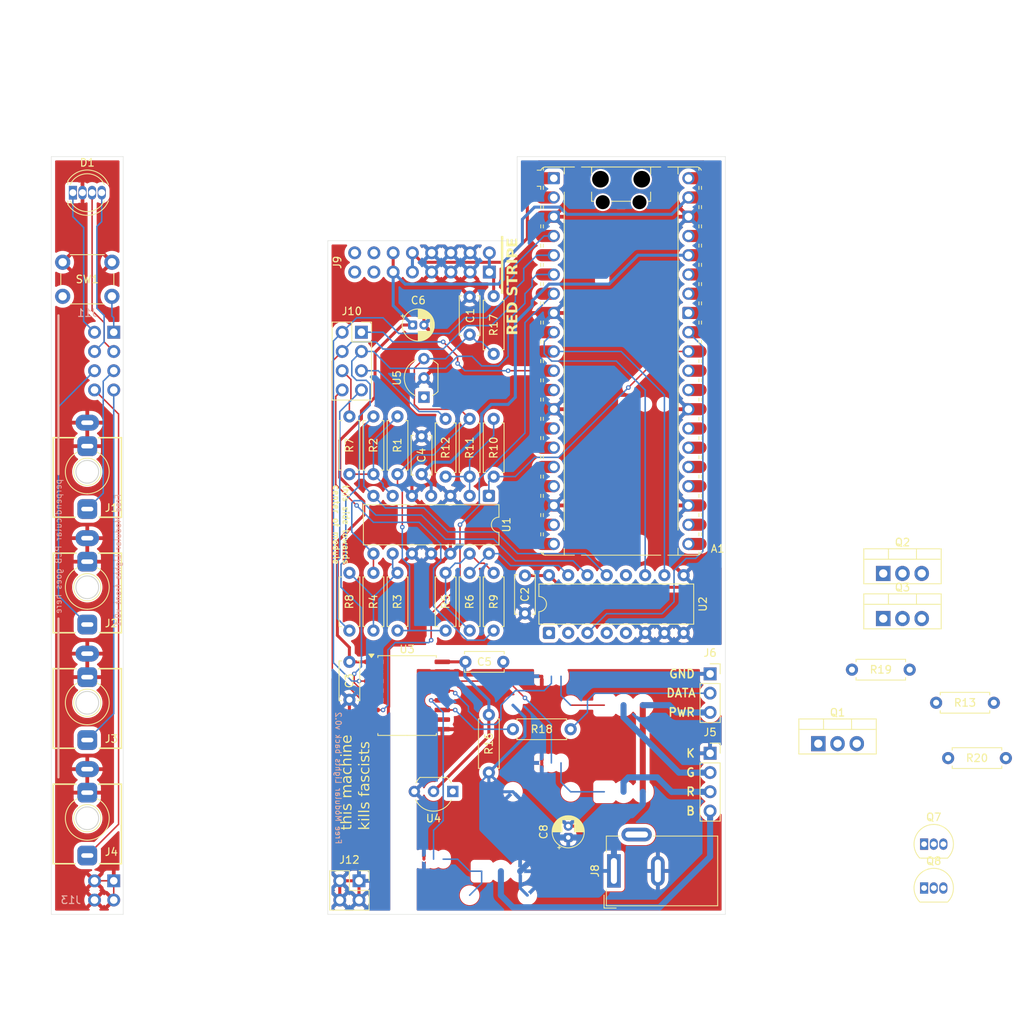
<source format=kicad_pcb>
(kicad_pcb (version 20241229) (generator "pcbnew") (generator_version "9.0")
  (title_block (title "Lights") (date "2025-08-04") (rev "v0.1") (company "Free Modular"))
  (layers (0 "F.Cu" signal) (2 "B.Cu" signal) (13 "F.Paste" user) (15 "B.Paste" user) (5 "F.SilkS" user "F.Silkscreen") (7 "B.SilkS" user "B.Silkscreen") (1 "F.Mask" user) (3 "B.Mask" user) (25 "Edge.Cuts" user))
  (net 0 "")
  (net 1 "GND")
  (net 4 "Net-(A1-GPIO7)")
  (net 5 "/Rear Board/BTN")
  (net 15 "Net-(A1-GPIO6)")
  (net 18 "/Rear Board/CV_MUXED")
  (net 21 "/Rear Board/LED_R")
  (net 22 "/Rear Board/AUDIO_IN_SCALED")
  (net 23 "/Rear Board/LED_PULSE_SIGNAL")
  (net 26 "/Rear Board/LED_B")
  (net 31 "/Rear Board/+5V")
  (net 35 "/Rear Board/LED_G")
  (net 40 "/Rear Board/VREF_-5")
  (net 41 "/Rear Board/+12V")
  (net 42 "/Rear Board/LED Driver/LED_5V")
  (net 43 "/Rear Board/LED Driver/LED_GND")
  (net 44 "/Rear Board/LED Driver/LED_PWR")
  (net 47 "/Rear Board/-12V")
  (net 50 "Net-(Q1-G)")
  (net 51 "/Rear Board/LED Driver/LED_ANODE_R")
  (net 52 "Net-(Q3-G)")
  (net 53 "/Rear Board/LED Driver/LED_ANODE_G")
  (net 54 "/Rear Board/LED Driver/LED_ANODE_B")
  (net 55 "Net-(U1B--)")
  (net 56 "Net-(U2-X0)")
  (net 57 "Net-(U1C--)")
  (net 58 "Net-(U2-X1)")
  (net 59 "Net-(U1D--)")
  (net 60 "Net-(U2-X2)")
  (net 61 "/Rear Board/CV_R")
  (net 62 "/Rear Board/CV_G")
  (net 63 "/Rear Board/CV_B")
  (net 64 "Net-(U1A--)")
  (net 65 "/Rear Board/IN_AUDIO")
  (net 66 "/Rear Board/LED Driver/ISOLATED_PULSE_SIGNAL")
  (net 69 "/Front Board/GND")
  (net 70 "/Front Board/IN_AUDIO")
  (net 71 "/Front Board/CV_R")
  (net 72 "/Front Board/CV_G")
  (net 73 "/Front Board/CV_B")
  (net 74 "/Front Board/BTN")
  (net 75 "/Front Board/LED_G")
  (net 76 "/Front Board/LED_B")
  (net 77 "/Front Board/LED_R")
  (net 83 "Net-(Q7-D)")
  (net 84 "Net-(Q7-G)")
  (net 85 "Net-(Q8-D)")
  (net 86 "/Rear Board/+3.3V")
  (net 87 "/Rear Board/LED Driver/LED_CATHODE_R")
  (net 88 "Net-(Q2-G)")
  (net 89 "Net-(U3-OUTD)")
  (footprint "LED_THT:LED_D5.0mm-4_RGB" (layer "F.Cu") (at 61.595 36.5125)
    (property "Reference" "D1")
    (property "Value" "LED_RKBG")
  )
  (footprint "Capacitor_THT:C_Disc_D5.0mm_W2.5mm_P5.00mm" (layer "F.Cu") (at 121.285 87.035 -90)
    (property "Reference" "C2")
    (property "Value" "100nF")
  )
  (footprint "FreeModular:THONKICONN" (layer "F.Cu") (at 63.5 73.3425 180)
    (property "Reference" "J1")
    (property "Value" "THONKICONN")
    (fp_circle (center 0 0) (end -1.5 0) (stroke (width 0.12)) (fill no) (layer "Edge.Cuts"))
  )
  (footprint "Package_TO_SOT_THT:TO-220-3_Vertical" (layer "F.Cu") (at 168.5925 86.76)
    (property "Reference" "Q2")
    (property "Value" "RFP30N06LE")
  )
  (footprint "Capacitor_THT:CP_Radial_D4.0mm_P1.50mm" (layer "F.Cu") (at 106.45 53.975)
    (property "Reference" "C6")
    (property "Value" "10uF")
  )
  (footprint "Package_TO_SOT_THT:TO-220-3_Vertical" (layer "F.Cu") (at 168.5925 92.71)
    (property "Reference" "Q3")
    (property "Value" "RFP30N06LE")
  )
  (footprint "Package_TO_SOT_THT:TO-92_Inline_Wide" (layer "F.Cu") (at 111.76 115.5275 180)
    (property "Reference" "U4")
    (property "Value" "LM4040BIZ-5")
  )
  (footprint "Package_TO_SOT_THT:TO-92_Inline_Wide" (layer "F.Cu") (at 107.95 63.5 90)
    (property "Reference" "U5")
    (property "Value" "LM4040BIZ-5")
  )
  (footprint "Package_DIP:DIP-16_W7.62mm" (layer "F.Cu") (at 124.46 94.61 90)
    (property "Reference" "U2")
    (property "Value" "CD4051B")
  )
  (footprint "Package_SO:SOIC-16W_7.5x10.3mm_P1.27mm" (layer "F.Cu") (at 105.7275 102.87)
    (property "Reference" "U3")
    (property "Value" "ISO6740")
  )
  (footprint "Package_DIP:DIP-14_W7.62mm" (layer "F.Cu") (at 116.5225 76.5225 -90)
    (property "Reference" "U1")
    (property "Value" "MCP6004")
  )
  (footprint "Connector_PinSocket_2.54mm:PinSocket_2x04_P2.54mm_Vertical" (layer "F.Cu") (at 99.695 54.9275)
    (property "Reference" "J10")
    (property "Value" "Conn_02x04_Top_Bottom")
  )
  (footprint "Resistor_THT:R_Axial_DIN0207_L6.3mm_D2.5mm_P7.62mm_Horizontal" (layer "F.Cu") (at 101.2825 73.66 90)
    (property "Reference" "R2")
    (property "Value" "33kΩ")
  )
  (footprint "Resistor_THT:R_Axial_DIN0207_L6.3mm_D2.5mm_P7.62mm_Horizontal" (layer "F.Cu") (at 98.1075 66.04 -90)
    (property "Reference" "R7")
    (property "Value" "100kΩ")
  )
  (footprint "Resistor_THT:R_Axial_DIN0207_L6.3mm_D2.5mm_P7.62mm_Horizontal" (layer "F.Cu") (at 101.2825 94.2975 90)
    (property "Reference" "R4")
    (property "Value" "33kΩ")
  )
  (footprint "Capacitor_THT:C_Disc_D5.0mm_W2.5mm_P5.00mm" (layer "F.Cu") (at 98.1075 98.425 -90)
    (property "Reference" "C3")
    (property "Value" "100nF")
  )
  (footprint "Capacitor_THT:C_Disc_D5.0mm_W2.5mm_P5.00mm" (layer "F.Cu") (at 113.4275 98.425)
    (property "Reference" "C5")
    (property "Value" "100nF")
  )
  (footprint "Resistor_THT:R_Axial_DIN0207_L6.3mm_D2.5mm_P7.62mm_Horizontal" (layer "F.Cu") (at 104.4575 73.66 90)
    (property "Reference" "R1")
    (property "Value" "51kΩ")
  )
  (footprint "Button_Switch_THT:SW_PUSH_6mm_H13mm" (layer "F.Cu") (at 60.25 45.6925)
    (property "Reference" "SW1")
    (property "Value" "TL1105SPF250Q")
  )
  (footprint "Resistor_THT:R_Axial_DIN0207_L6.3mm_D2.5mm_P7.62mm_Horizontal" (layer "F.Cu") (at 177.165 111.125)
    (property "Reference" "R20")
    (property "Value" "1kΩ")
  )
  (footprint "Resistor_THT:R_Axial_DIN0207_L6.3mm_D2.5mm_P7.62mm_Horizontal" (layer "F.Cu") (at 164.465 99.455)
    (property "Reference" "R19")
    (property "Value" "1kΩ")
  )
  (footprint "Connector_PinSocket_2.54mm:PinSocket_2x02_P2.54mm_Vertical" (layer "F.Cu") (at 99.3775 127.3175)
    (property "Reference" "J12")
    (property "Value" "Conn_02x02_Top_Bottom")
  )
  (footprint "Resistor_THT:R_Axial_DIN0207_L6.3mm_D2.5mm_P7.62mm_Horizontal" (layer "F.Cu") (at 98.1075 94.2975 90)
    (property "Reference" "R8")
    (property "Value" "100kΩ")
  )
  (footprint "Capacitor_THT:CP_Radial_D4.0mm_P1.50mm" (layer "F.Cu") (at 127 121.6025 90)
    (property "Reference" "C8")
    (property "Value" "10uF")
  )
  (footprint "Resistor_THT:R_Axial_DIN0207_L6.3mm_D2.5mm_P7.62mm_Horizontal" (layer "F.Cu") (at 116.5225 113.03 90)
    (property "Reference" "R16")
    (property "Value" "470Ω")
  )
  (footprint "Resistor_THT:R_Axial_DIN0207_L6.3mm_D2.5mm_P7.62mm_Horizontal" (layer "F.Cu") (at 117.1575 50.165 -90)
    (property "Reference" "R17")
    (property "Value" "6.2kΩ")
  )
  (footprint "Resistor_THT:R_Axial_DIN0207_L6.3mm_D2.5mm_P7.62mm_Horizontal" (layer "F.Cu") (at 113.9825 66.3575 -90)
    (property "Reference" "R11")
    (property "Value" "100kΩ")
  )
  (footprint "Resistor_THT:R_Axial_DIN0207_L6.3mm_D2.5mm_P7.62mm_Horizontal" (layer "F.Cu") (at 113.9825 94.2975 90)
    (property "Reference" "R6")
    (property "Value" "33kΩ")
  )
  (footprint "Resistor_THT:R_Axial_DIN0207_L6.3mm_D2.5mm_P7.62mm_Horizontal" (layer "F.Cu") (at 104.4575 94.2975 90)
    (property "Reference" "R3")
    (property "Value" "51kΩ")
  )
  (footprint "Connector_PinSocket_2.54mm:PinSocket_1x04_P2.54mm_Vertical" (layer "F.Cu") (at 145.7325 110.49)
    (property "Reference" "J5")
    (property "Value" "Conn_01x04_Pin")
  )
  (footprint "Resistor_THT:R_Axial_DIN0207_L6.3mm_D2.5mm_P7.62mm_Horizontal" (layer "F.Cu") (at 119.6975 107.315)
    (property "Reference" "R18")
    (property "Value" "330Ω")
  )
  (footprint "Module:RaspberryPi_Pico_Common_Unspecified" (layer "F.Cu") (at 133.985 58.7375)
    (property "Reference" "A1")
    (property "Value" "RaspberryPi_Pico")
  )
  (footprint "FreeModular:THONKICONN" (layer "F.Cu") (at 63.5 119.0625 180)
    (property "Reference" "J4")
    (property "Value" "THONKICONN")
    (fp_circle (center 0 0) (end -1.5 0) (stroke (width 0.12)) (fill no) (layer "Edge.Cuts"))
  )
  (footprint "Connector_PinSocket_2.54mm:PinSocket_2x08_P2.54mm_Horizontal" (layer "F.Cu") (at 116.586 46.99 -90)
    (property "Reference" "J9")
    (property "Value" "Eurorack_2x8_Power")
  )
  (footprint "Resistor_THT:R_Axial_DIN0207_L6.3mm_D2.5mm_P7.62mm_Horizontal" (layer "F.Cu") (at 110.8075 94.2975 90)
    (property "Reference" "R5")
    (property "Value" "51kΩ")
  )
  (footprint "Resistor_THT:R_Axial_DIN0207_L6.3mm_D2.5mm_P7.62mm_Horizontal" (layer "F.Cu") (at 175.5775 103.8225)
    (property "Reference" "R13")
    (property "Value" "100Ω")
  )
  (footprint "Connector_BarrelJack:BarrelJack_Wuerth_6941xx301002" (layer "F.Cu") (at 133.0325 126.0125 90)
    (property "Reference" "J8")
    (property "Value" "Barrel_Jack")
  )
  (footprint "Package_TO_SOT_THT:TO-92_Inline" (layer "F.Cu") (at 173.99 122.48)
    (property "Reference" "Q7")
    (property "Value" "2N7000")
  )
  (footprint "FreeModular:THONKICONN" (layer "F.Cu") (at 63.5 103.8225 180)
    (property "Reference" "J3")
    (property "Value" "THONKICONN")
    (fp_circle (center 0 0) (end -1.5 0) (stroke (width 0.12)) (fill no) (layer "Edge.Cuts"))
  )
  (footprint "Connector_PinSocket_2.54mm:PinSocket_1x03_P2.54mm_Vertical" (layer "F.Cu") (at 145.7325 100.0125)
    (property "Reference" "J6")
    (property "Value" "Conn_01x03_Pin")
  )
  (footprint "Capacitor_THT:C_Disc_D5.0mm_W2.5mm_P5.00mm" (layer "F.Cu") (at 107.6325 73.66 90)
    (property "Reference" "C4")
    (property "Value" "100nF")
  )
  (footprint "Package_TO_SOT_THT:TO-92_Inline" (layer "F.Cu") (at 173.99 128.27)
    (property "Reference" "Q8")
    (property "Value" "2N7000")
  )
  (footprint "Resistor_THT:R_Axial_DIN0207_L6.3mm_D2.5mm_P7.62mm_Horizontal" (layer "F.Cu") (at 110.8075 66.3575 -90)
    (property "Reference" "R12")
    (property "Value" "100kΩ")
  )
  (footprint "FreeModular:THONKICONN" (layer "F.Cu") (at 63.5 88.5825 180)
    (property "Reference" "J2")
    (property "Value" "THONKICONN")
    (fp_circle (center 0 0) (end -1.5 0) (stroke (width 0.12)) (fill no) (layer "Edge.Cuts"))
  )
  (footprint "Capacitor_THT:C_Disc_D5.0mm_W2.5mm_P5.00mm" (layer "F.Cu") (at 113.9825 55.245 90)
    (property "Reference" "C1")
    (property "Value" "100nF")
  )
  (footprint "Resistor_THT:R_Axial_DIN0207_L6.3mm_D2.5mm_P7.62mm_Horizontal" (layer "F.Cu") (at 117.1575 94.2975 90)
    (property "Reference" "R9")
    (property "Value" "100kΩ")
  )
  (footprint "Package_TO_SOT_THT:TO-220-3_Vertical" (layer "F.Cu") (at 160.02 109.22)
    (property "Reference" "Q1")
    (property "Value" "RFP30N06LE")
  )
  (footprint "Resistor_THT:R_Axial_DIN0207_L6.3mm_D2.5mm_P7.62mm_Horizontal" (layer "F.Cu") (at 117.1575 66.3575 -90)
    (property "Reference" "R10")
    (property "Value" "33kΩ")
  )
  (footprint "Connector_PinHeader_2.54mm:PinHeader_2x02_P2.54mm_Horizontal" (layer "B.Cu") (at 66.9925 127.3175 180)
    (property "Reference" "J13")
    (property "Value" "Conn_02x02_Top_Bottom")
  )
  (footprint "Connector_PinHeader_2.54mm:PinHeader_2x04_P2.54mm_Horizontal" (layer "B.Cu") (at 66.9925 54.9275 180)
    (property "Reference" "J11")
    (property "Value" "Conn_02x04_Top_Bottom")
  )
  (gr_rect (start 118.11 42.2275) (end 118.4275 49.8475) (stroke (width 0.0001)) (fill yes) (layer "F.SilkS"))
  (gr_line (start 59.69 73.66) (end 59.69 52.705) (stroke (width 0.3)) (layer "B.SilkS"))
  (gr_line (start 59.69 113.665) (end 59.69 92.71) (stroke (width 0.3)) (layer "B.SilkS"))
  (gr_line (start 120.25 31.75) (end 147.75 31.75) (stroke (width 0.05)) (layer "Edge.Cuts"))
  (gr_line (start 58.75 31.75) (end 58.75 131.75) (stroke (width 0.05)) (layer "Edge.Cuts"))
  (gr_line (start 63.5 31.75) (end 58.75 31.75) (stroke (width 0.05)) (layer "Edge.Cuts"))
  (gr_line (start 68.25 31.75) (end 63.5 31.75) (stroke (width 0.05)) (layer "Edge.Cuts"))
  (gr_line (start 58.75 131.75) (end 68.25 131.75) (stroke (width 0.05)) (layer "Edge.Cuts"))
  (gr_line (start 95.25 42.85) (end 120.25 42.8625) (stroke (width 0.05)) (layer "Edge.Cuts"))
  (gr_line (start 95.25 42.85) (end 95.25 131.75) (stroke (width 0.05)) (layer "Edge.Cuts"))
  (gr_line (start 68.25 31.75) (end 68.25 131.75) (stroke (width 0.05)) (layer "Edge.Cuts"))
  (gr_line (start 95.25 131.75) (end 147.75 131.75) (stroke (width 0.05)) (layer "Edge.Cuts"))
  (gr_line (start 147.75 31.75) (end 147.75 131.75) (stroke (width 0.05)) (layer "Edge.Cuts"))
  (gr_line (start 120.25 42.8625) (end 120.25 31.75) (stroke (width 0.05)) (layer "Edge.Cuts"))
  (gr_text "RED STRIPE" (at 119.6975 48.895 90) (layer "F.SilkS") (effects (font (size 1.4 1.4) (thickness 0.2) (bold yes))))
  (gr_text "GND" (at 143.8275 100.0125 0) (layer "F.SilkS") (effects (font (size 1.1 1.1) (thickness 0.2) (bold yes)) (justify right)))
  (gr_text "this side towards\ncenter of module" (at 95.885 80.3275 270) (layer "F.SilkS") (effects (font (size 0.8 0.8) (thickness 0.15) (bold yes)) (justify bottom)))
  (gr_text "B" (at 143.8275 118.11 0) (layer "F.SilkS") (effects (font (size 1.1 1.1) (thickness 0.2) (bold yes)) (justify right)))
  (gr_text "G" (at 143.8275 113.03 0) (layer "F.SilkS") (effects (font (size 1.1 1.1) (thickness 0.2) (bold yes)) (justify right)))
  (gr_text "PWR" (at 143.8275 105.0925 0) (layer "F.SilkS") (effects (font (size 1.1 1.1) (thickness 0.2) (bold yes)) (justify right)))
  (gr_text "DATA" (at 143.9325 102.5375 0) (layer "F.SilkS") (effects (font (size 1.1 1.1) (thickness 0.2) (bold yes)) (justify right)))
  (gr_text "R" (at 143.8275 115.57 0) (layer "F.SilkS") (effects (font (size 1.1 1.1) (thickness 0.2) (bold yes)) (justify right)))
  (gr_text "K" (at 143.8275 110.49 0) (layer "F.SilkS") (effects (font (size 1.1 1.1) (thickness 0.2) (bold yes)) (justify right)))
  (gr_text "this machine\nkills fascists" (at 100.965 120.65 90) (layer "F.SilkS") (effects (font (size 1.4 1.4) (thickness 0.1)) (justify left bottom)))
  (gr_text "Free Modular Lights back v0.2" (at 96.2025 122.555 270) (layer "B.SilkS") (effects (font (size 0.75 0.75) (thickness 0.12)) (justify left bottom mirror)))
  (gr_text "perpendicular PCB goes here" (at 59.69 83.185 90) (layer "B.SilkS") (effects (font (size 0.8 0.8) (thickness 0.1)) (justify mirror)))
  (gr_text "Free Modular Lights front v0.1" (at 68 76.2 90) (layer "B.SilkS") (effects (font (size 0.75 0.75) (thickness 0.12)) (justify left bottom mirror)))
  (segment (start 127.3175 104.14) (end 131.7625 104.14) (width 0.2) (layer "F.Cu") (net 0))
  (segment (start 113.9825 126.0475) (end 115.57 126.0475) (width 0.2) (layer "B.Cu") (net 0))
  (segment (start 126.0475 100.33) (end 126.0475 102.87) (width 0.2) (layer "B.Cu") (net 0))
  (segment (start 126.0475 102.87) (end 127.3175 104.14) (width 0.2) (layer "B.Cu") (net 0))
  (segment (start 115.57 126.0475) (end 115.57 127.635) (width 0.2) (layer "B.Cu") (net 0))
  (segment (start 115.57 127.635) (end 113.9825 129.2225) (width 0.2) (layer "B.Cu") (net 0))
  (segment (start 110.49 124.46) (end 112.395 124.46) (width 0.2) (layer "B.Cu") (net 0))
  (segment (start 112.395 124.46) (end 113.9825 126.0475) (width 0.2) (layer "B.Cu") (net 0))
  (segment (start 100.052501 107.315) (end 101.0775 107.315) (width 0.4) (layer "F.Cu") (net 1))
  (segment (start 101.0775 107.315) (end 102.5525 107.315) (width 0.4) (layer "F.Cu") (net 1))
  (segment (start 111.4425 84.1425) (end 111.4425 79.0525) (width 0.4) (layer "F.Cu") (net 1))
  (segment (start 98.1075 103.425) (end 98.1075 107.315) (width 0.4) (layer "F.Cu") (net 1))
  (segment (start 139.7 94.61) (end 140.6475 93.6625) (width 0.4) (layer "F.Cu") (net 1))
  (segment (start 103.2535 99.761) (end 103.1875 99.695) (width 0.4) (layer "F.Cu") (net 1))
  (segment (start 140.6475 93.6625) (end 141.2925 93.6625) (width 0.4) (layer "F.Cu") (net 1))
  (segment (start 106.3625 84.1425) (end 107.95 82.555) (width 0.4) (layer "F.Cu") (net 1))
  (segment (start 109.5375 59.3725) (end 107.95 60.96) (width 0.4) (layer "F.Cu") (net 1))
  (segment (start 125.095 77.7875) (end 140.97 77.7875) (width 0.4) (layer "F.Cu") (net 1))
  (segment (start 101.0775 107.315) (end 98.1075 107.315) (width 0.4) (layer "F.Cu") (net 1))
  (segment (start 98.1075 120.65) (end 99.3775 121.92) (width 0.4) (layer "F.Cu") (net 1))
  (segment (start 127 63.1825) (end 127 52.3875) (width 0.4) (layer "F.Cu") (net 1))
  (segment (start 109.8525 85.0925) (end 108.9025 86.0425) (width 0.4) (layer "F.Cu") (net 1))
  (segment (start 108.9025 90.4075) (end 107.6325 91.6775) (width 0.4) (layer "F.Cu") (net 1))
  (segment (start 108.9025 84.1425) (end 109.8525 85.0925) (width 0.4) (layer "F.Cu") (net 1))
  (segment (start 125.095 65.0875) (end 127 63.1825) (width 0.4) (layer "F.Cu") (net 1))
  (segment (start 107.95 53.975) (end 107.95 48.006) (width 0.4) (layer "F.Cu") (net 1))
  (segment (start 142.875 39.6875) (end 127 39.6875) (width 0.4) (layer "F.Cu") (net 1))
  (segment (start 113.03 48.006) (end 113.03 49.2925) (width 0.4) (layer "F.Cu") (net 1))
  (segment (start 107.95 78.11) (end 106.3625 76.5225) (width 0.4) (layer "F.Cu") (net 1))
  (segment (start 106.045 70.2475) (end 107.6325 68.66) (width 0.4) (layer "F.Cu") (net 1))
  (segment (start 106.3625 76.5225) (end 106.3625 74.93) (width 0.4) (layer "F.Cu") (net 1))
  (segment (start 109.5375 55.5625) (end 109.5375 59.3725) (width 0.4) (layer "F.Cu") (net 1))
  (segment (start 96.8375 129.8575) (end 96.8375 127.3175) (width 0.4) (layer "F.Cu") (net 1))
  (segment (start 127 52.3875) (end 127 50.165) (width 0.4) (layer "F.Cu") (net 1))
  (segment (start 121.285 92.035) (end 119.38 90.13) (width 0.4) (layer "F.Cu") (net 1))
  (segment (start 108.9025 86.0425) (end 108.9025 90.4075) (width 0.4) (layer "F.Cu") (net 1))
  (segment (start 125.095 52.3875) (end 127 52.3875) (width 0.4) (layer "F.Cu") (net 1))
  (segment (start 106.045 74.6125) (end 106.045 70.2475) (width 0.4) (layer "F.Cu") (net 1))
  (segment (start 107.95 53.975) (end 109.5375 55.5625) (width 0.4) (layer "F.Cu") (net 1))
  (segment (start 138.7525 93.6625) (end 139.7 94.61) (width 0.4) (layer "F.Cu") (net 1))
  (segment (start 103.8225 96.2025) (end 106.3625 96.2025) (width 0.4) (layer "F.Cu") (net 1))
  (segment (start 106.3625 74.93) (end 106.045 74.6125) (width 0.4) (layer "F.Cu") (net 1))
  (segment (start 141.2925 93.6625) (end 142.24 94.61) (width 0.4) (layer "F.Cu") (net 1))
  (segment (start 107.6325 94.9325) (end 107.6325 91.6775) (width 0.4) (layer "F.Cu") (net 1))
  (segment (start 103.1875 99.695) (end 103.1875 96.8375) (width 0.4) (layer "F.Cu") (net 1))
  (segment (start 109.8525 85.0925) (end 110.4925 85.0925) (width 0.4) (layer "F.Cu") (net 1))
  (segment (start 127 50.165) (end 127 39.6875) (width 0.4) (layer "F.Cu") (net 1))
  (segment (start 140.97 77.7875) (end 142.875 77.7875) (width 0.4) (layer "F.Cu") (net 1))
  (segment (start 102.5525 107.315) (end 103.2535 106.614) (width 0.4) (layer "F.Cu") (net 1))
  (segment (start 96.8375 127.3175) (end 99.3775 127.3175) (width 0.4) (layer "F.Cu") (net 1))
  (segment (start 119.38 90.13) (end 119.38 77.7875) (width 0.4) (layer "F.Cu") (net 1))
  (segment (start 119.38 77.7875) (end 112.7075 77.7875) (width 0.4) (layer "F.Cu") (net 1))
  (segment (start 127 39.6875) (end 125.095 39.6875) (width 0.4) (layer "F.Cu") (net 1))
  (segment (start 116.125 52.3875) (end 124.295 52.3875) (width 0.4) (layer "F.Cu") (net 1))
  (segment (start 103.1875 96.8375) (end 103.8225 96.2025) (width 0.4) (layer "F.Cu") (net 1))
  (segment (start 98.1075 107.315) (end 98.1075 120.65) (width 0.4) (layer "F.Cu") (net 1))
  (segment (start 114.046 46.99) (end 113.03 48.006) (width 0.4) (layer "F.Cu") (net 1))
  (segment (start 99.3775 127.3175) (end 99.3775 129.8575) (width 0.4) (layer "F.Cu") (net 1))
  (segment (start 99.3775 121.92) (end 99.3775 127.3175) (width 0.4) (layer "F.Cu") (net 1))
  (segment (start 103.2535 106.614) (end 103.2535 99.761) (width 0.4) (layer "F.Cu") (net 1))
  (segment (start 107.95 48.006) (end 108.966 46.99) (width 0.4) (layer "F.Cu") (net 1))
  (segment (start 138.1075 93.6625) (end 138.7525 93.6625) (width 0.4) (layer "F.Cu") (net 1))
  (segment (start 101.0775 99.695) (end 103.1875 99.695) (width 0.4) (layer "F.Cu") (net 1))
  (segment (start 107.95 82.555) (end 107.95 78.11) (width 0.4) (layer "F.Cu") (net 1))
  (segment (start 140.97 85.72) (end 142.24 86.99) (width 0.4) (layer "F.Cu") (net 1))
  (segment (start 113.9825 50.245) (end 116.125 52.3875) (width 0.4) (layer "F.Cu") (net 1))
  (segment (start 125.095 77.7875) (end 119.38 77.7875) (width 0.4) (layer "F.Cu") (net 1))
  (segment (start 106.3625 96.2025) (end 107.6325 94.9325) (width 0.4) (layer "F.Cu") (net 1))
  (segment (start 113.03 49.2925) (end 113.9825 50.245) (width 0.4) (layer "F.Cu") (net 1))
  (segment (start 110.4925 85.0925) (end 111.4425 84.1425) (width 0.4) (layer "F.Cu") (net 1))
  (segment (start 137.16 94.61) (end 138.1075 93.6625) (width 0.4) (layer "F.Cu") (net 1))
  (segment (start 140.97 77.7875) (end 140.97 85.72) (width 0.4) (layer "F.Cu") (net 1))
  (segment (start 111.4425 79.0525) (end 112.7075 77.7875) (width 0.4) (layer "F.Cu") (net 1))
  (segment (start 112.7075 77.7875) (end 111.4425 76.5225) (width 0.4) (layer "F.Cu") (net 1))
  (segment (start 143.51 88.26) (end 142.24 86.99) (width 0.4) (layer "B.Cu") (net 1))
  (segment (start 143.51 93.34) (end 143.51 88.26) (width 0.4) (layer "B.Cu") (net 1))
  (segment (start 108.966 44.45) (end 111.506 46.99) (width 0.4) (layer "B.Cu") (net 1))
  (segment (start 111.506 44.45) (end 108.966 46.99) (width 0.4) (layer "B.Cu") (net 1))
  (segment (start 107.945 83.185) (end 107.32 83.185) (width 0.4) (layer "B.Cu") (net 1))
  (segment (start 107.32 83.185) (end 106.3625 84.1425) (width 0.4) (layer "B.Cu") (net 1))
  (segment (start 111.506 46.99) (end 114.046 44.45) (width 0.4) (layer "B.Cu") (net 1))
  (segment (start 108.9025 84.1425) (end 107.945 83.185) (width 0.4) (layer "B.Cu") (net 1))
  (segment (start 142.24 94.61) (end 143.51 93.34) (width 0.4) (layer "B.Cu") (net 1))
  (segment (start 111.506 44.45) (end 114.046 46.99) (width 0.4) (layer "B.Cu") (net 1))
  (segment (start 139.7 86.99) (end 139.7 63.1825) (width 0.2) (layer "B.Cu") (net 4))
  (segment (start 139.7 63.1825) (end 133.985 57.4675) (width 0.2) (layer "B.Cu") (net 4))
  (segment (start 133.985 57.4675) (end 125.095 57.4675) (width 0.2) (layer "B.Cu") (net 4))
  (segment (start 119.0625 60.0075) (end 125.095 60.0075) (width 0.2) (layer "F.Cu") (net 5))
  (segment (start 112.395 59.055) (end 112.395 58.1025) (width 0.2) (layer "F.Cu") (net 5))
  (segment (start 112.395 58.1025) (end 110.49 56.1975) (width 0.2) (layer "F.Cu") (net 5))
  (via (at 119.0625 60.0075) (size 0.6) (drill 0.3) (layers "F.Cu" "B.Cu") (net 5))
  (via (at 110.49 56.1975) (size 0.6) (drill 0.3) (layers "F.Cu" "B.Cu") (net 5))
  (via (at 112.395 59.055) (size 0.6) (drill 0.3) (layers "F.Cu" "B.Cu") (net 5))
  (segment (start 102.5525 54.9275) (end 103.8225 56.1975) (width 0.2) (layer "B.Cu") (net 5))
  (segment (start 103.8225 56.1975) (end 110.49 56.1975) (width 0.2) (layer "B.Cu") (net 5))
  (segment (start 113.3475 60.0075) (end 119.0625 60.0075) (width 0.2) (layer "B.Cu") (net 5))
  (segment (start 99.695 54.9275) (end 102.5525 54.9275) (width 0.2) (layer "B.Cu") (net 5))
  (segment (start 112.395 59.055) (end 113.3475 60.0075) (width 0.2) (layer "B.Cu") (net 5))
  (segment (start 137.16 62.5475) (end 133.35 58.7375) (width 0.2) (layer "B.Cu") (net 15))
  (segment (start 124.80795 58.7375) (end 123.825 57.75455) (width 0.2) (layer "B.Cu") (net 15))
  (segment (start 137.16 86.99) (end 137.16 62.5475) (width 0.2) (layer "B.Cu") (net 15))
  (segment (start 123.825 56.1975) (end 125.095 54.9275) (width 0.2) (layer "B.Cu") (net 15))
  (segment (start 133.35 58.7375) (end 124.80795 58.7375) (width 0.2) (layer "B.Cu") (net 15))
  (segment (start 123.825 57.75455) (end 123.825 56.1975) (width 0.2) (layer "B.Cu") (net 15))
  (segment (start 140.97 90.4875) (end 140.97 86.36) (width 0.2) (layer "B.Cu") (net 18))
  (segment (start 139.3825 92.075) (end 140.97 90.4875) (width 0.2) (layer "B.Cu") (net 18))
  (segment (start 144.78 56.8325) (end 142.875 54.9275) (width 0.2) (layer "B.Cu") (net 18))
  (segment (start 140.97 86.36) (end 142.5575 84.7725) (width 0.2) (layer "B.Cu") (net 18))
  (segment (start 132.075 92.075) (end 139.3825 92.075) (width 0.2) (layer "B.Cu") (net 18))
  (segment (start 143.8275 84.7725) (end 144.78 83.82) (width 0.2) (layer "B.Cu") (net 18))
  (segment (start 144.78 83.82) (end 144.78 56.8325) (width 0.2) (layer "B.Cu") (net 18))
  (segment (start 142.5575 84.7725) (end 143.8275 84.7725) (width 0.2) (layer "B.Cu") (net 18))
  (segment (start 129.54 94.61) (end 132.075 92.075) (width 0.2) (layer "B.Cu") (net 18))
  (segment (start 99.3775 100.965) (end 101.0775 100.965) (width 0.2) (layer "F.Cu") (net 21))
  (via (at 99.3775 100.965) (size 0.6) (drill 0.3) (layers "F.Cu" "B.Cu") (net 21))
  (segment (start 123.825 42.2275) (end 119.85625 46.19625) (width 0.2) (layer "B.Cu") (net 21))
  (segment (start 119.85625 46.19625) (end 119.85625 47.46625) (width 0.2) (layer "B.Cu") (net 21))
  (segment (start 116.205 53.0225) (end 113.3475 53.0225) (width 0.2) (layer "B.Cu") (net 21))
  (segment (start 99.3775 100.965) (end 98.425 100.965) (width 0.2) (layer "B.Cu") (net 21))
  (segment (start 96.004 56.0785) (end 97.155 54.9275) (width 0.2) (layer "B.Cu") (net 21))
  (segment (start 104.61625 55.08625) (end 102.5525 53.0225) (width 0.2) (layer "B.Cu") (net 21))
  (segment (start 102.5525 53.0225) (end 99.06 53.0225) (width 0.2) (layer "B.Cu") (net 21))
  (segment (start 116.205 53.0225) (end 119.0625 50.165) (width 0.2) (layer "B.Cu") (net 21))
  (segment (start 98.425 100.965) (end 96.004 98.544) (width 0.2) (layer "B.Cu") (net 21))
  (segment (start 113.3475 53.0225) (end 111.28375 55.08625) (width 0.2) (layer "B.Cu") (net 21))
  (segment (start 96.004 98.544) (end 96.004 56.0785) (width 0.2) (layer "B.Cu") (net 21))
  (segment (start 111.28375 55.08625) (end 104.61625 55.08625) (width 0.2) (layer "B.Cu") (net 21))
  (segment (start 99.06 53.0225) (end 97.155 54.9275) (width 0.2) (layer "B.Cu") (net 21))
  (segment (start 119.0625 48.26) (end 119.0625 50.165) (width 0.2) (layer "B.Cu") (net 21))
  (segment (start 119.85625 47.46625) (end 119.0625 48.26) (width 0.2) (layer "B.Cu") (net 21))
  (segment (start 125.095 42.2275) (end 123.825 42.2275) (width 0.2) (layer "B.Cu") (net 21))
  (segment (start 139.7 57.4675) (end 142.875 57.4675) (width 0.2) (layer "F.Cu") (net 22))
  (segment (start 134.9375 62.23) (end 139.7 57.4675) (width 0.2) (layer "F.Cu") (net 22))
  (via (at 134.9375 62.23) (size 0.6) (drill 0.3) (layers "F.Cu" "B.Cu") (net 22))
  (segment (start 125.73 71.4375) (end 122.555 71.4375) (width 0.2) (layer "B.Cu") (net 22))
  (segment (start 134.9375 62.23) (end 125.73 71.4375) (width 0.2) (layer "B.Cu") (net 22))
  (segment (start 122.555 71.4375) (end 120.015 73.9775) (width 0.2) (layer "B.Cu") (net 22))
  (segment (start 116.5225 74.6125) (end 117.1575 73.9775) (width 0.2) (layer "B.Cu") (net 22))
  (segment (start 116.5225 76.5225) (end 116.5225 74.6125) (width 0.2) (layer "B.Cu") (net 22))
  (segment (start 120.015 73.9775) (end 117.1575 73.9775) (width 0.2) (layer "B.Cu") (net 22))
  (segment (start 112.7125 88.265) (end 112.7125 80.3275) (width 0.2) (layer "F.Cu") (net 23))
  (segment (start 108.9025 92.075) (end 108.9025 95.5675) (width 0.2) (layer "F.Cu") (net 23))
  (segment (start 102.5525 104.775) (end 101.0775 104.775) (width 0.2) (layer "F.Cu") (net 23))
  (segment (start 108.9025 92.075) (end 112.7125 88.265) (width 0.2) (layer "F.Cu") (net 23))
  (via (at 112.7125 80.3275) (size 0.6) (drill 0.3) (layers "F.Cu" "B.Cu") (net 23))
  (via (at 102.5525 104.775) (size 0.6) (drill 0.3) (layers "F.Cu" "B.Cu") (net 23))
  (via (at 108.9025 95.5675) (size 0.6) (drill 0.3) (layers "F.Cu" "B.Cu") (net 23))
  (segment (start 121.285 68.23205) (end 121.285 53.6575) (width 0.2) (layer "B.Cu") (net 23))
  (segment (start 112.7125 80.3275) (end 115.2525 77.7875) (width 0.2) (layer "B.Cu") (net 23))
  (segment (start 108.9025 95.5675) (end 108.585 95.885) (width 0.2) (layer "B.Cu") (net 23))
  (segment (start 115.2525 74.26455) (end 121.285 68.23205) (width 0.2) (layer "B.Cu") (net 23))
  (segment (start 115.2525 77.7875) (end 115.2525 74.26455) (width 0.2) (layer "B.Cu") (net 23))
  (segment (start 121.285 53.6575) (end 125.095 49.8475) (width 0.2) (layer "B.Cu") (net 23))
  (segment (start 108.585 95.885) (end 104.14 95.885) (width 0.2) (layer "B.Cu") (net 23))
  (segment (start 103.1875 96.8375) (end 103.1875 104.14) (width 0.2) (layer "B.Cu") (net 23))
  (segment (start 104.14 95.885) (end 103.1875 96.8375) (width 0.2) (layer "B.Cu") (net 23))
  (segment (start 103.1875 104.14) (end 102.5525 104.775) (width 0.2) (layer "B.Cu") (net 23))
  (segment (start 99.797557 102.235) (end 101.0775 102.235) (width 0.2) (layer "F.Cu") (net 26))
  (segment (start 98.7425 101.179943) (end 99.797557 102.235) (width 0.2) (layer "F.Cu") (net 26))
  (segment (start 98.7425 100.0125) (end 98.7425 101.179943) (width 0.2) (layer "F.Cu") (net 26))
  (via (at 98.7425 100.0125) (size 0.6) (drill 0.3) (layers "F.Cu" "B.Cu") (net 26))
  (segment (start 117.7925 59.3725) (end 115.57 59.3725) (width 0.2) (layer "B.Cu") (net 26))
  (segment (start 100.846 64.5715) (end 100.846 61.7935) (width 0.2) (layer "B.Cu") (net 26))
  (segment (start 97.0065 88.5825) (end 97.0065 85.556) (width 0.2) (layer "B.Cu") (net 26))
  (segment (start 122.2375 47.9425) (end 122.2375 48.895) (width 0.2) (layer "B.Cu") (net 26))
  (segment (start 97.0065 85.556) (end 97.63125 84.93125) (width 0.2) (layer "B.Cu") (net 26))
  (segment (start 99.695 91.271) (end 97.0065 88.5825) (width 0.2) (layer "B.Cu") (net 26))
  (segment (start 119.0625 58.1025) (end 117.7925 59.3725) (width 0.2) (layer "B.Cu") (net 26))
  (segment (start 100.33 61.2775) (end 99.06 61.2775) (width 0.2) (layer "B.Cu") (net 26))
  (segment (start 100.846 61.7935) (end 100.33 61.2775) (width 0.2) (layer "B.Cu") (net 26))
  (segment (start 121.285 51.1175) (end 119.0625 53.34) (width 0.2) (layer "B.Cu") (net 26))
  (segment (start 119.0625 53.34) (end 119.0625 58.1025) (width 0.2) (layer "B.Cu") (net 26))
  (segment (start 122.2375 48.895) (end 121.285 49.8475) (width 0.2) (layer "B.Cu") (net 26))
  (segment (start 97.63125 76.99375) (end 99.3775 75.2475) (width 0.2) (layer "B.Cu") (net 26))
  (segment (start 98.425 58.7375) (end 99.695 57.4675) (width 0.2) (layer "B.Cu") (net 26))
  (segment (start 122.8725 47.3075) (end 122.2375 47.9425) (width 0.2) (layer "B.Cu") (net 26))
  (segment (start 114.3 58.1025) (end 112.395 58.1025) (width 0.2) (layer "B.Cu") (net 26))
  (segment (start 97.63125 84.93125) (end 97.63125 76.99375) (width 0.2) (layer "B.Cu") (net 26))
  (segment (start 110.8075 59.69) (end 103.505 59.69) (width 0.2) (layer "B.Cu") (net 26))
  (segment (start 101.2825 57.4675) (end 99.695 57.4675) (width 0.2) (layer "B.Cu") (net 26))
  (segment (start 121.285 49.8475) (end 121.285 51.1175) (width 0.2) (layer "B.Cu") (net 26))
  (segment (start 98.425 60.6425) (end 98.425 58.7375) (width 0.2) (layer "B.Cu") (net 26))
  (segment (start 125.095 47.3075) (end 122.8725 47.3075) (width 0.2) (layer "B.Cu") (net 26))
  (segment (start 99.695 99.06) (end 99.695 91.271) (width 0.2) (layer "B.Cu") (net 26))
  (segment (start 99.06 61.2775) (end 98.425 60.6425) (width 0.2) (layer "B.Cu") (net 26))
  (segment (start 103.505 59.69) (end 101.2825 57.4675) (width 0.2) (layer "B.Cu") (net 26))
  (segment (start 112.395 58.1025) (end 110.8075 59.69) (width 0.2) (layer "B.Cu") (net 26))
  (segment (start 115.57 59.3725) (end 114.3 58.1025) (width 0.2) (layer "B.Cu") (net 26))
  (segment (start 99.3775 75.2475) (end 99.3775 66.04) (width 0.2) (layer "B.Cu") (net 26))
  (segment (start 98.7425 100.0125) (end 99.695 99.06) (width 0.2) (layer "B.Cu") (net 26))
  (segment (start 99.3775 66.04) (end 100.846 64.5715) (width 0.2) (layer "B.Cu") (net 26))
  (segment (start 99.695 65.294029) (end 99.695 66.3575) (width 0.4) (layer "F.Cu") (net 31))
  (segment (start 99.695 66.3575) (end 96.8375 69.215) (width 0.4) (layer "F.Cu") (net 31))
  (segment (start 98.1075 96.52) (end 96.67875 95.09125) (width 0.4) (layer "F.Cu") (net 31))
  (segment (start 103.886 44.45) (end 103.886 45.72) (width 0.4) (layer "F.Cu") (net 31))
  (segment (start 101.489029 63.5) (end 99.695 65.294029) (width 0.4) (layer "F.Cu") (net 31))
  (segment (start 105.0925 53.975) (end 101.489029 57.578471) (width 0.4) (layer "F.Cu") (net 31))
  (segment (start 106.45 53.975) (end 105.0925 53.975) (width 0.4) (layer "F.Cu") (net 31))
  (segment (start 99.584029 76.835) (end 99.480765 76.731735) (width 0.4) (layer "F.Cu") (net 31))
  (segment (start 96.8375 74.088471) (end 99.480765 76.731735) (width 0.4) (layer "F.Cu") (net 31))
  (segment (start 101.0775 98.425) (end 98.1075 98.425) (width 0.4) (layer "F.Cu") (net 31))
  (segment (start 100.0125 77.26347) (end 99.480765 76.731735) (width 0.4) (layer "F.Cu") (net 31))
  (segment (start 96.8375 69.215) (end 96.8375 74.088471) (width 0.4) (layer "F.Cu") (net 31))
  (segment (start 103.886 45.72) (end 103.886 46.99) (width 0.4) (layer "F.Cu") (net 31))
  (segment (start 96.67875 95.09125) (end 96.52 94.9325) (width 0.4) (layer "F.Cu") (net 31))
  (segment (start 101.489029 57.578471) (end 101.489029 63.5) (width 0.4) (layer "F.Cu") (net 31))
  (segment (start 98.1075 98.425) (end 98.1075 96.52) (width 0.4) (layer "F.Cu") (net 31))
  (segment (start 100.0125 79.0575) (end 100.0125 77.26347) (width 0.4) (layer "F.Cu") (net 31))
  (segment (start 96.52 94.9325) (end 96.52 82.55) (width 0.4) (layer "F.Cu") (net 31))
  (segment (start 96.52 82.55) (end 100.0125 79.0575) (width 0.4) (layer "F.Cu") (net 31))
  (segment (start 125.882016 38.4175) (end 122.555 38.4175) (width 0.4) (layer "B.Cu") (net 31))
  (segment (start 140.6525 39.37) (end 126.834516 39.37) (width 0.4) (layer "B.Cu") (net 31))
  (segment (start 142.875 37.1475) (end 140.6525 39.37) (width 0.4) (layer "B.Cu") (net 31))
  (segment (start 118.4275 47.9425) (end 117.7925 48.5775) (width 0.4) (layer "B.Cu") (net 31))
  (segment (start 118.4275 47.9425) (end 118.4275 45.7035) (width 0.4) (layer "B.Cu") (net 31))
  (segment (start 105.4735 48.5775) (end 103.886 46.99) (width 0.4) (layer "B.Cu") (net 31))
  (segment (start 120.951 40.0215) (end 120.951 43.18) (width 0.4) (layer "B.Cu") (net 31))
  (segment (start 103.886 51.411) (end 103.886 46.99) (width 0.4) (layer "B.Cu") (net 31))
  (segment (start 122.555 38.4175) (end 120.951 40.0215) (width 0.4) (layer "B.Cu") (net 31))
  (segment (start 126.834516 39.37) (end 125.882016 38.4175) (width 0.4) (layer "B.Cu") (net 31))
  (segment (start 103.886 51.411) (end 106.45 53.975) (width 0.4) (layer "B.Cu") (net 31))
  (segment (start 117.7925 48.5775) (end 105.4735 48.5775) (width 0.4) (layer "B.Cu") (net 31))
  (segment (start 118.4275 45.7035) (end 120.951 43.18) (width 0.4) (layer "B.Cu") (net 31))
  (segment (start 95.851 99.61145) (end 95.851 58.7715) (width 0.2) (layer "F.Cu") (net 35))
  (segment (start 101.0775 103.505) (end 99.74455 103.505) (width 0.2) (layer "F.Cu") (net 35))
  (segment (start 99.74455 103.505) (end 95.851 99.61145) (width 0.2) (layer "F.Cu") (net 35))
  (segment (start 95.851 58.7715) (end 97.155 57.4675) (width 0.2) (layer "F.Cu") (net 35))
  (segment (start 102.5525 57.15) (end 110.49 57.15) (width 0.2) (layer "B.Cu") (net 35))
  (segment (start 97.155 57.4675) (end 98.425 56.1975) (width 0.2) (layer "B.Cu") (net 35))
  (segment (start 113.5815 54.0585) (end 116.84 54.0585) (width 0.2) (layer "B.Cu") (net 35))
  (segment (start 121.12625 46.51375) (end 122.8725 44.7675) (width 0.2) (layer "B.Cu") (net 35))
  (segment (start 120.015 49.2125) (end 121.12625 48.10125) (width 0.2) (layer "B.Cu") (net 35))
  (segment (start 122.8725 44.7675) (end 125.095 44.7675) (width 0.2) (layer "B.Cu") (net 35))
  (segment (start 121.12625 48.10125) (end 121.12625 46.51375) (width 0.2) (layer "B.Cu") (net 35))
  (segment (start 101.6 56.1975) (end 102.5525 57.15) (width 0.2) (layer "B.Cu") (net 35))
  (segment (start 110.49 57.15) (end 113.5815 54.0585) (width 0.2) (layer "B.Cu") (net 35))
  (segment (start 98.425 56.1975) (end 101.6 56.1975) (width 0.2) (layer "B.Cu") (net 35))
  (segment (start 116.84 54.0585) (end 120.015 50.8835) (width 0.2) (layer "B.Cu") (net 35))
  (segment (start 120.015 50.8835) (end 120.015 49.2125) (width 0.2) (layer "B.Cu") (net 35))
  (segment (start 106.68 59.69) (end 107.95 58.42) (width 0.2) (layer "F.Cu") (net 40))
  (segment (start 112.7125 65.0875) (end 107.315 65.0875) (width 0.2) (layer "F.Cu") (net 40))
  (segment (start 104.4575 74.93) (end 104.4575 73.66) (width 0.2) (layer "F.Cu") (net 40))
  (segment (start 113.9825 66.3575) (end 112.7125 65.0875) (width 0.2) (layer "F.Cu") (net 40))
  (segment (start 107.315 65.0875) (end 106.68 64.4525) (width 0.2) (layer "F.Cu") (net 40))
  (segment (start 105.0925 80.645) (end 105.0925 75.565) (width 0.2) (layer "F.Cu") (net 40))
  (segment (start 106.68 64.4525) (end 106.68 59.69) (width 0.2) (layer "F.Cu") (net 40))
  (segment (start 105.0925 75.565) (end 104.4575 74.93) (width 0.2) (layer "F.Cu") (net 40))
  (via (at 105.0925 80.645) (size 0.6) (drill 0.3) (layers "F.Cu" "B.Cu") (net 40))
  (segment (start 117.1575 57.785) (end 115.57 56.1975) (width 0.2) (layer "B.Cu") (net 40))
  (segment (start 104.4575 73.66) (end 106.9975 71.12) (width 0.2) (layer "B.Cu") (net 40))
  (segment (start 106.045 85.725) (end 106.045 94.2975) (width 0.2) (layer "B.Cu") (net 40))
  (segment (start 105.0925 80.645) (end 105.0925 84.7725) (width 0.2) (layer "B.Cu") (net 40))
  (segment (start 113.9825 66.3575) (end 109.22 71.12) (width 0.2) (layer "B.Cu") (net 40))
  (segment (start 105.0925 84.7725) (end 106.045 85.725) (width 0.2) (layer "B.Cu") (net 40))
  (segment (start 104.4575 94.2975) (end 106.045 94.2975) (width 0.2) (layer "B.Cu") (net 40))
  (segment (start 106.045 94.2975) (end 110.8075 94.2975) (width 0.2) (layer "B.Cu") (net 40))
  (segment (start 106.9975 71.12) (end 109.22 71.12) (width 0.2) (layer "B.Cu") (net 40))
  (segment (start 115.57 56.1975) (end 114.935 56.1975) (width 0.2) (layer "B.Cu") (net 40))
  (segment (start 107.95 58.42) (end 110.8075 58.42) (width 0.2) (layer "B.Cu") (net 40))
  (segment (start 110.8075 58.42) (end 113.9825 55.245) (width 0.2) (layer "B.Cu") (net 40))
  (segment (start 114.935 56.1975) (end 113.9825 55.245) (width 0.2) (layer "B.Cu") (net 40))
  (segment (start 107.677 45.701) (end 106.426 44.45) (width 0.4) (layer "F.Cu") (net 41))
  (segment (start 143.51 88.5825) (end 146.3675 85.725) (width 0.4) (layer "F.Cu") (net 41))
  (segment (start 121.6025 42.545) (end 118.4465 45.701) (width 0.4) (layer "F.Cu") (net 41))
  (segment (start 121.6025 33.9725) (end 121.6025 42.545) (width 0.4) (layer "F.Cu") (net 41))
  (segment (start 144.846 32.451) (end 123.124 32.451) (width 0.4) (layer "F.Cu") (net 41))
  (segment (start 118.4465 45.701) (end 107.677 45.701) (width 0.4) (layer "F.Cu") (net 41))
  (segment (start 146.3675 33.9725) (end 146.3675 85.725) (width 0.4) (layer "F.Cu") (net 41))
  (segment (start 126.0525 88.5825) (end 143.51 88.5825) (width 0.4) (layer "F.Cu") (net 41))
  (segment (start 123.124 32.451) (end 121.6025 33.9725) (width 0.4) (layer "F.Cu") (net 41))
  (segment (start 124.415 87.035) (end 124.46 86.99) (width 0.4) (layer "F.Cu") (net 41))
  (segment (start 121.285 87.035) (end 124.415 87.035) (width 0.4) (layer "F.Cu") (net 41))
  (segment (start 124.46 86.99) (end 126.0525 88.5825) (width 0.4) (layer "F.Cu") (net 41))
  (segment (start 146.3675 33.9725) (end 144.846 32.451) (width 0.4) (layer "F.Cu") (net 41))
  (segment (start 106.426 46.99) (end 106.426 44.45) (width 0.4) (layer "B.Cu") (net 41))
  (segment (start 113.3475 98.425) (end 110.3775 98.425) (width 0.4) (layer "F.Cu") (net 42))
  (segment (start 116.5225 105.41) (end 116.5225 108.225) (width 0.4) (layer "F.Cu") (net 42))
  (segment (start 116.5225 108.225) (end 109.22 115.5275) (width 0.4) (layer "F.Cu") (net 42))
  (segment (start 113.3475 98.425) (end 113.3475 100.33) (width 0.4) (layer "B.Cu") (net 42))
  (segment (start 116.5225 103.505) (end 116.5225 105.41) (width 0.4) (layer "B.Cu") (net 42))
  (segment (start 113.3475 100.33) (end 116.5225 103.505) (width 0.4) (layer "B.Cu") (net 42))
  (segment (start 126.395 102.235) (end 128.6025 100.0275) (width 0.4) (layer "F.Cu") (net 43))
  (segment (start 107.6325 106.3625) (end 108.585 107.315) (width 0.4) (layer "F.Cu") (net 43))
  (segment (start 145.7575 100.0275) (end 140.6525 100.0275) (width 0.4) (layer "F.Cu") (net 43))
  (segment (start 108.585 99.695) (end 107.6325 100.6475) (width 0.4) (layer "F.Cu") (net 43))
  (segment (start 112.23625 99.85375) (end 112.0775 99.695) (width 0.4) (layer "F.Cu") (net 43))
  (segment (start 123.5075 111.76) (end 123.5075 116.61) (width 0.4) (layer "F.Cu") (net 43))
  (segment (start 145.7575 110.5) (end 142.5675 110.5) (width 0.4) (layer "F.Cu") (net 43))
  (segment (start 107.6325 100.6475) (end 107.6325 106.3625) (width 0.4) (layer "F.Cu") (net 43))
  (segment (start 137.4425 126.0125) (end 138.8325 126.0125) (width 0.4) (layer "F.Cu") (net 43))
  (segment (start 123.5075 111.76) (end 123.5075 102.235) (width 0.4) (layer "F.Cu") (net 43))
  (segment (start 107.95 116.7975) (end 107.95 124.46) (width 0.4) (layer "F.Cu") (net 43))
  (segment (start 142.5675 110.5) (end 140.6525 108.585) (width 0.4) (layer "F.Cu") (net 43))
  (segment (start 110.3775 107.315) (end 108.585 107.315) (width 0.4) (layer "F.Cu") (net 43))
  (segment (start 131.5325 120.1025) (end 137.4425 126.0125) (width 0.4) (layer "F.Cu") (net 43))
  (segment (start 123.5075 100.33) (end 120.015 100.33) (width 0.4) (layer "F.Cu") (net 43))
  (segment (start 119.53875 99.85375) (end 112.23625 99.85375) (width 0.4) (layer "F.Cu") (net 43))
  (segment (start 108.585 113.6225) (end 106.68 115.5275) (width 0.4) (layer "F.Cu") (net 43))
  (segment (start 110.3775 99.695) (end 108.585 99.695) (width 0.4) (layer "F.Cu") (net 43))
  (segment (start 123.5075 102.235) (end 123.5075 100.33) (width 0.4) (layer "F.Cu") (net 43))
  (segment (start 110.3775 99.695) (end 112.0775 99.695) (width 0.4) (layer "F.Cu") (net 43))
  (segment (start 124.46 117.5625) (end 127 120.1025) (width 0.4) (layer "F.Cu") (net 43))
  (segment (start 123.5075 116.61) (end 124.46 117.5625) (width 0.4) (layer "F.Cu") (net 43))
  (segment (start 127 120.1025) (end 131.5325 120.1025) (width 0.4) (layer "F.Cu") (net 43))
  (segment (start 106.68 115.5275) (end 107.95 116.7975) (width 0.4) (layer "F.Cu") (net 43))
  (segment (start 140.6525 100.0275) (end 128.6025 100.0275) (width 0.4) (layer "F.Cu") (net 43))
  (segment (start 140.6525 108.585) (end 140.6525 100.0275) (width 0.4) (layer "F.Cu") (net 43))
  (segment (start 119.53875 99.85375) (end 120.015 100.33) (width 0.4) (layer "F.Cu") (net 43))
  (segment (start 108.585 107.315) (end 108.585 113.6225) (width 0.4) (layer "F.Cu") (net 43))
  (segment (start 118.4275 98.425) (end 118.4275 99.695) (width 0.4) (layer "F.Cu") (net 43))
  (segment (start 123.5075 102.235) (end 126.395 102.235) (width 0.4) (layer "F.Cu") (net 43))
  (segment (start 136.8425 115.57) (end 136.8425 104.14) (width 0.8) (layer "F.Cu") (net 44))
  (segment (start 135.89 118.11) (end 135.255 118.11) (width 0.8) (layer "B.Cu") (net 44))
  (segment (start 119.6975 115.57) (end 122.39625 118.26875) (width 0.4) (layer "B.Cu") (net 44))
  (segment (start 117.7925 115.57) (end 119.6975 115.57) (width 0.4) (layer "B.Cu") (net 44))
  (segment (start 133.0325 121.6025) (end 133.0325 120.3325) (width 0.8) (layer "B.Cu") (net 44))
  (segment (start 120.65 126.0475) (end 120.65 128.27) (width 0.4) (layer "B.Cu") (net 44))
  (segment (start 136.8425 115.57) (end 136.8425 117.1575) (width 0.8) (layer "B.Cu") (net 44))
  (segment (start 121.285 105.7275) (end 121.285 108.2675) (width 0.4) (layer "B.Cu") (net 44))
  (segment (start 133.0325 126.0125) (end 133.0325 121.6025) (width 0.8) (layer "B.Cu") (net 44))
  (segment (start 127 121.6025) (end 133.0325 121.6025) (width 0.8) (layer "B.Cu") (net 44))
  (segment (start 136.8425 104.14) (end 140.335 104.14) (width 0.8) (layer "B.Cu") (net 44))
  (segment (start 119.6975 104.14) (end 121.285 105.7275) (width 0.4) (layer "B.Cu") (net 44))
  (segment (start 125.095 121.6025) (end 125.73 121.6025) (width 0.8) (layer "B.Cu") (net 44))
  (segment (start 122.39625 118.26875) (end 122.39625 118.90375) (width 0.4) (layer "B.Cu") (net 44))
  (segment (start 133.0325 120.3325) (end 135.255 118.11) (width 0.8) (layer "B.Cu") (net 44))
  (segment (start 120.65 126.0475) (end 125.095 121.6025) (width 0.8) (layer "B.Cu") (net 44))
  (segment (start 116.5225 114.3) (end 117.7925 115.57) (width 0.4) (layer "B.Cu") (net 44))
  (segment (start 122.39625 118.90375) (end 125.095 121.6025) (width 0.4) (layer "B.Cu") (net 44))
  (segment (start 141.3025 105.1075) (end 145.7575 105.1075) (width 0.8) (layer "B.Cu") (net 44))
  (segment (start 127 121.6025) (end 125.73 121.6025) (width 0.8) (layer "B.Cu") (net 44))
  (segment (start 116.5225 113.03) (end 116.5225 114.3) (width 0.4) (layer "B.Cu") (net 44))
  (segment (start 140.335 104.14) (end 141.3025 105.1075) (width 0.8) (layer "B.Cu") (net 44))
  (segment (start 120.65 128.27) (end 121.6025 129.2225) (width 0.4) (layer "B.Cu") (net 44))
  (segment (start 121.285 108.2675) (end 116.5225 113.03) (width 0.4) (layer "B.Cu") (net 44))
  (segment (start 136.8425 117.1575) (end 135.89 118.11) (width 0.8) (layer "B.Cu") (net 44))
  (segment (start 117.1575 50.165) (end 117.1575 47.5615) (width 0.4) (layer "F.Cu") (net 47))
  (segment (start 117.1575 47.5615) (end 116.586 46.99) (width 0.4) (layer "F.Cu") (net 47))
  (segment (start 116.586 46.99) (end 116.586 44.45) (width 0.4) (layer "B.Cu") (net 47))
  (segment (start 121.285 103.1875) (end 119.0625 100.965) (width 0.2) (layer "F.Cu") (net 50))
  (segment (start 119.0625 100.965) (end 110.3775 100.965) (width 0.2) (layer "F.Cu") (net 50))
  (via (at 121.285 103.1875) (size 0.6) (drill 0.3) (layers "F.Cu" "B.Cu") (net 50))
  (segment (start 124.7775 111.76) (end 124.7775 106.68) (width 0.2) (layer "B.Cu") (net 50))
  (segment (start 124.7775 106.68) (end 121.285 103.1875) (width 0.2) (layer "B.Cu") (net 50))
  (segment (start 138.7475 113.665) (end 134.9375 113.665) (width 0.8) (layer "B.Cu") (net 51))
  (segment (start 145.7575 115.58) (end 140.6625 115.58) (width 0.8) (layer "B.Cu") (net 51))
  (segment (start 134.9375 113.665) (end 134.3025 114.3) (width 0.8) (layer "B.Cu") (net 51))
  (segment (start 134.3025 114.3) (end 134.3025 115.57) (width 0.8) (layer "B.Cu") (net 51))
  (segment (start 140.6625 115.58) (end 138.7475 113.665) (width 0.8) (layer "B.Cu") (net 51))
  (segment (start 110.3775 103.505) (end 108.9025 103.505) (width 0.2) (layer "F.Cu") (net 52))
  (via (at 108.9025 103.505) (size 0.6) (drill 0.3) (layers "F.Cu" "B.Cu") (net 52))
  (segment (start 110.49 119.38) (end 110.49 105.0925) (width 0.2) (layer "B.Cu") (net 52))
  (segment (start 110.49 105.0925) (end 108.9025 103.505) (width 0.2) (layer "B.Cu") (net 52))
  (segment (start 109.22 124.46) (end 109.22 120.65) (width 0.2) (layer "B.Cu") (net 52))
  (segment (start 109.22 120.65) (end 110.49 119.38) (width 0.2) (layer "B.Cu") (net 52))
  (segment (start 145.7575 113.04) (end 141.615 113.04) (width 0.8) (layer "B.Cu") (net 53))
  (segment (start 141.615 113.04) (end 134.3025 105.7275) (width 0.8) (layer "B.Cu") (net 53))
  (segment (start 134.3025 105.7275) (end 134.3025 104.14) (width 0.8) (layer "B.Cu") (net 53))
  (segment (start 145.7325 124.1425) (end 139.065 130.81) (width 0.8) (layer "B.Cu") (net 54))
  (segment (start 118.11 129.2225) (end 118.11 126.0475) (width 0.8) (layer "B.Cu") (net 54))
  (segment (start 139.065 130.81) (end 119.6975 130.81) (width 0.8) (layer "B.Cu") (net 54))
  (segment (start 119.6975 130.81) (end 118.11 129.2225) (width 0.8) (layer "B.Cu") (net 54))
  (segment (start 145.7325 118.11) (end 145.7325 124.1425) (width 0.8) (layer "B.Cu") (net 54))
  (segment (start 101.2825 73.9825) (end 101.2825 73.66) (width 0.2) (layer "F.Cu") (net 55))
  (segment (start 98.1075 73.66) (end 101.2825 73.66) (width 0.2) (layer "F.Cu") (net 55))
  (segment (start 102.5525 74.93) (end 102.5525 75.2525) (width 0.2) (layer "B.Cu") (net 55))
  (segment (start 101.2825 69.215) (end 104.4575 66.04) (width 0.2) (layer "B.Cu") (net 55))
  (segment (start 101.2825 73.66) (end 101.2825 69.215) (width 0.2) (layer "B.Cu") (net 55))
  (segment (start 101.2825 73.66) (end 102.5525 74.93) (width 0.2) (layer "B.Cu") (net 55))
  (segment (start 102.5525 75.2525) (end 103.8225 76.5225) (width 0.2) (layer "B.Cu") (net 55))
  (segment (start 100.0125 75.2525) (end 101.2825 76.5225) (width 0.2) (layer "B.Cu") (net 56))
  (segment (start 129.2225 84.1375) (end 129.8575 84.7725) (width 0.2) (layer "B.Cu") (net 56))
  (segment (start 100.0125 67.31) (end 100.0125 75.2525) (width 0.2) (layer "B.Cu") (net 56))
  (segment (start 111.125 81.28) (end 117.475 81.28) (width 0.2) (layer "B.Cu") (net 56))
  (segment (start 107.95 78.105) (end 111.125 81.28) (width 0.2) (layer "B.Cu") (net 56))
  (segment (start 129.8575 84.7725) (end 129.8625 84.7725) (width 0.2) (layer "B.Cu") (net 56))
  (segment (start 102.865 78.105) (end 107.95 78.105) (width 0.2) (layer "B.Cu") (net 56))
  (segment (start 117.475 81.28) (end 120.3325 84.1375) (width 0.2) (layer "B.Cu") (net 56))
  (segment (start 129.8625 84.7725) (end 132.08 86.99) (width 0.2) (layer "B.Cu") (net 56))
  (segment (start 101.2825 66.04) (end 100.0125 67.31) (width 0.2) (layer "B.Cu") (net 56))
  (segment (start 101.2825 76.5225) (end 102.865 78.105) (width 0.2) (layer "B.Cu") (net 56))
  (segment (start 120.3325 84.1375) (end 129.2225 84.1375) (width 0.2) (layer "B.Cu") (net 56))
  (segment (start 101.2825 89.8525) (end 98.1075 86.6775) (width 0.2) (layer "B.Cu") (net 57))
  (segment (start 101.2825 89.8525) (end 104.4575 86.6775) (width 0.2) (layer "B.Cu") (net 57))
  (segment (start 103.8225 86.0425) (end 104.4575 86.6775) (width 0.2) (layer "B.Cu") (net 57))
  (segment (start 103.8225 84.1425) (end 103.8225 86.0425) (width 0.2) (layer "B.Cu") (net 57))
  (segment (start 101.2825 94.2975) (end 101.2825 89.8525) (width 0.2) (layer "B.Cu") (net 57))
  (segment (start 101.2825 84.1425) (end 101.2825 86.6775) (width 0.2) (layer "F.Cu") (net 58))
  (segment (start 98.7425 77.1525) (end 99.695 77.1525) (width 0.2) (layer "B.Cu") (net 58))
  (segment (start 98.425 77.47) (end 98.7425 77.1525) (width 0.2) (layer "B.Cu") (net 58))
  (segment (start 101.6 79.0575) (end 107.6325 79.0575) (width 0.2) (layer "B.Cu") (net 58))
  (segment (start 99.695 77.1525) (end 101.6 79.0575) (width 0.2) (layer "B.Cu") (net 58))
  (segment (start 101.2825 84.1425) (end 98.425 81.285) (width 0.2) (layer "B.Cu") (net 58))
  (segment (start 127.64 85.09) (end 129.54 86.99) (width 0.2) (layer "B.Cu") (net 58))
  (segment (start 110.8075 82.2325) (end 117.1575 82.2325) (width 0.2) (layer "B.Cu") (net 58))
  (segment (start 107.6325 79.0575) (end 110.8075 82.2325) (width 0.2) (layer "B.Cu") (net 58))
  (segment (start 98.425 81.285) (end 98.425 77.47) (width 0.2) (layer "B.Cu") (net 58))
  (segment (start 117.1575 82.2325) (end 120.015 85.09) (width 0.2) (layer "B.Cu") (net 58))
  (segment (start 120.015 85.09) (end 127.64 85.09) (width 0.2) (layer "B.Cu") (net 58))
  (segment (start 115.8875 85.4075) (end 115.2475 85.4075) (width 0.2) (layer "F.Cu") (net 59))
  (segment (start 117.1575 86.6775) (end 115.8875 85.4075) (width 0.2) (layer "F.Cu") (net 59))
  (segment (start 115.2475 85.4075) (end 113.9825 84.1425) (width 0.2) (layer "F.Cu") (net 59))
  (segment (start 110.8075 86.6775) (end 112.0775 85.4075) (width 0.2) (layer "B.Cu") (net 59))
  (segment (start 110.8075 86.6775) (end 110.8075 91.1225) (width 0.2) (layer "B.Cu") (net 59))
  (segment (start 110.8075 91.1225) (end 113.9825 94.2975) (width 0.2) (layer "B.Cu") (net 59))
  (segment (start 112.08 85.41) (end 112.715 85.41) (width 0.2) (layer "B.Cu") (net 59))
  (segment (start 112.0775 85.4075) (end 112.08 85.41) (width 0.2) (layer "B.Cu") (net 59))
  (segment (start 113.9825 84.1425) (end 112.715 85.41) (width 0.2) (layer "B.Cu") (net 59))
  (segment (start 119.38 85.725) (end 117.7925 84.1375) (width 0.2) (layer "B.Cu") (net 60))
  (segment (start 113.9875 86.6775) (end 113.9825 86.6775) (width 0.2) (layer "B.Cu") (net 60))
  (segment (start 117.7875 84.1425) (end 116.5225 84.1425) (width 0.2) (layer "B.Cu") (net 60))
  (segment (start 116.5225 84.1425) (end 113.9875 86.6775) (width 0.2) (layer "B.Cu") (net 60))
  (segment (start 117.7925 84.1375) (end 117.7875 84.1425) (width 0.2) (layer "B.Cu") (net 60))
  (segment (start 125.735 85.725) (end 119.38 85.725) (width 0.2) (layer "B.Cu") (net 60))
  (segment (start 127 86.99) (end 125.735 85.725) (width 0.2) (layer "B.Cu") (net 60))
  (segment (start 98.306 63.8175) (end 98.306 61.1585) (width 0.2) (layer "F.Cu") (net 61))
  (segment (start 98.1075 66.04) (end 98.1075 64.016) (width 0.2) (layer "F.Cu") (net 61))
  (segment (start 98.306 61.1585) (end 97.155 60.0075) (width 0.2) (layer "F.Cu") (net 61))
  (segment (start 98.1075 64.016) (end 98.306 63.8175) (width 0.2) (layer "F.Cu") (net 61))
  (segment (start 99.695 62.5475) (end 96.8375 65.405) (width 0.2) (layer "B.Cu") (net 62))
  (segment (start 96.8375 84.7725) (end 96.52 85.09) (width 0.2) (layer "B.Cu") (net 62))
  (segment (start 96.52 85.09) (end 96.52 92.71) (width 0.2) (layer "B.Cu") (net 62))
  (segment (start 96.8375 65.405) (end 96.8375 84.7725) (width 0.2) (layer "B.Cu") (net 62))
  (segment (start 96.52 92.71) (end 98.1075 94.2975) (width 0.2) (layer "B.Cu") (net 62))
  (segment (start 96.305 63.3975) (end 97.155 62.5475) (width 0.2) (layer "F.Cu") (net 63))
  (segment (start 96.305 75.0325) (end 96.305 63.3975) (width 0.2) (layer "F.Cu") (net 63))
  (segment (start 99.06 77.7875) (end 96.305 75.0325) (width 0.2) (layer "F.Cu") (net 63))
  (via (at 99.06 77.7875) (size 0.6) (drill 0.3) (layers "F.Cu" "B.Cu") (net 63))
  (segment (start 115.8875 95.5675) (end 117.1575 94.2975) (width 0.2) (layer "B.Cu") (net 63))
  (segment (start 110.1725 85.09) (end 109.22 86.0425) (width 0.2) (layer "B.Cu") (net 63))
  (segment (start 101.2825 80.01) (end 107.315 80.01) (width 0.2) (layer "B.Cu") (net 63))
  (segment (start 107.315 80.01) (end 110.1725 82.8675) (width 0.2) (layer "B.Cu") (net 63))
  (segment (start 113.665 95.5675) (end 115.8875 95.5675) (width 0.2) (layer "B.Cu") (net 63))
  (segment (start 109.22 91.1225) (end 113.665 95.5675) (width 0.2) (layer "B.Cu") (net 63))
  (segment (start 109.22 86.0425) (end 109.22 91.1225) (width 0.2) (layer "B.Cu") (net 63))
  (segment (start 110.1725 82.8675) (end 110.1725 85.09) (width 0.2) (layer "B.Cu") (net 63))
  (segment (start 99.06 77.7875) (end 101.2825 80.01) (width 0.2) (layer "B.Cu") (net 63))
  (segment (start 110.8075 73.9775) (end 113.9825 73.9775) (width 0.2) (layer "B.Cu") (net 64))
  (segment (start 113.9825 76.5225) (end 113.9825 73.9775) (width 0.2) (layer "B.Cu") (net 64))
  (segment (start 113.9825 71.755) (end 113.9825 73.9775) (width 0.2) (layer "B.Cu") (net 64))
  (segment (start 117.1575 68.58) (end 113.9825 71.755) (width 0.2) (layer "B.Cu") (net 64))
  (segment (start 117.1575 66.3575) (end 117.1575 68.58) (width 0.2) (layer "B.Cu") (net 64))
  (segment (start 101.9175 60.0075) (end 107.315 65.405) (width 0.2) (layer "B.Cu") (net 65))
  (segment (start 109.855 65.405) (end 110.8075 66.3575) (width 0.2) (layer "B.Cu") (net 65))
  (segment (start 99.695 60.0075) (end 101.9175 60.0075) (width 0.2) (layer "B.Cu") (net 65))
  (segment (start 107.315 65.405) (end 109.855 65.405) (width 0.2) (layer "B.Cu") (net 65))
  (segment (start 145.7575 102.5675) (end 130.4775 102.5675) (width 0.2) (layer "B.Cu") (net 66))
  (segment (start 130.4775 102.5675) (end 129.54 103.505) (width 0.2) (layer "B.Cu") (net 66))
  (segment (start 129.54 105.0925) (end 127.3175 107.315) (width 0.2) (layer "B.Cu") (net 66))
  (segment (start 129.54 103.505) (end 129.54 105.0925) (width 0.2) (layer "B.Cu") (net 66))
  (segment (start 65.7225 128.5875) (end 64.4525 129.8575) (width 0.2) (layer "F.Cu") (net 69))
  (segment (start 63.5 82.1025) (end 60.455 82.1025) (width 0.2) (layer "F.Cu") (net 69))
  (segment (start 60.325 97.4725) (end 60.325 114.6175) (width 0.2) (layer "F.Cu") (net 69))
  (segment (start 61.9125 47.355) (end 61.9125 63.5) (width 0.2) (layer "F.Cu") (net 69))
  (segment (start 63.5 66.8625) (end 63.5 69.9625) (width 0.2) (layer "F.Cu") (net 69))
  (segment (start 65.7225 128.5875) (end 66.9925 129.8575) (width 0.2) (layer "F.Cu") (net 69))
  (segment (start 60.455 82.1025) (end 60.325 82.2325) (width 0.2) (layer "F.Cu") (net 69))
  (segment (start 60.325 71.4375) (end 60.325 81.28) (width 0.2) (layer "F.Cu") (net 69))
  (segment (start 63.5 66.8625) (end 63.5 65.0875) (width 0.2) (layer "F.Cu") (net 69))
  (segment (start 60.25 45.6925) (end 61.9125 47.355) (width 0.2) (layer "F.Cu") (net 69))
  (segment (start 60.325 81.28) (end 60.325 82.2325) (width 0.2) (layer "F.Cu") (net 69))
  (segment (start 63.5 97.3425) (end 63.5 100.4425) (width 0.2) (layer "F.Cu") (net 69))
  (segment (start 63.5 112.5825) (end 63.5 115.6825) (width 0.2) (layer "F.Cu") (net 69))
  (segment (start 62.865 43.0775) (end 62.865 36.5125) (width 0.2) (layer "F.Cu") (net 69))
  (segment (start 60.455 97.3425) (end 60.325 97.4725) (width 0.2) (layer "F.Cu") (net 69))
  (segment (start 63.5 97.3425) (end 60.455 97.3425) (width 0.2) (layer "F.Cu") (net 69))
  (segment (start 63.5 65.0875) (end 61.9125 63.5) (width 0.2) (layer "F.Cu") (net 69))
  (segment (start 64.4525 129.8575) (end 61.9125 127.3175) (width 0.2) (layer "F.Cu") (net 69))
  (segment (start 60.25 45.6925) (end 62.865 43.0775) (width 0.2) (layer "F.Cu") (net 69))
  (segment (start 64.4525 127.3175) (end 66.9925 127.3175) (width 0.2) (layer "F.Cu") (net 69))
  (segment (start 60.325 125.73) (end 61.9125 127.3175) (width 0.2) (layer "F.Cu") (net 69))
  (segment (start 66.9925 127.3175) (end 66.9925 129.8575) (width 0.2) (layer "F.Cu") (net 69))
  (segment (start 60.325 114.6175) (end 60.325 115.57) (width 0.2) (layer "F.Cu") (net 69))
  (segment (start 63.5 115.6825) (end 60.4375 115.6825) (width 0.2) (layer "F.Cu") (net 69))
  (segment (start 60.325 115.57) (end 60.325 125.73) (width 0.2) (layer "F.Cu") (net 69))
  (segment (start 60.325 82.2325) (end 60.325 97.4725) (width 0.2) (layer "F.Cu") (net 69))
  (segment (start 63.5 69.9625) (end 61.8 69.9625) (width 0.2) (layer "F.Cu") (net 69))
  (segment (start 64.4525 127.3175) (end 65.7225 128.5875) (width 0.2) (layer "F.Cu") (net 69))
  (segment (start 61.8 69.9625) (end 60.325 71.4375) (width 0.2) (layer "F.Cu") (net 69))
  (segment (start 63.5 82.1025) (end 63.5 85.2025) (width 0.2) (layer "F.Cu") (net 69))
  (segment (start 65.6035 76.159) (end 63.5 78.2625) (width 0.2) (layer "B.Cu") (net 70))
  (segment (start 66.9925 60.0075) (end 65.6035 61.3965) (width 0.2) (layer "B.Cu") (net 70))
  (segment (start 65.6035 61.3965) (end 65.6035 76.159) (width 0.2) (layer "B.Cu") (net 70))
  (segment (start 59.69 64.77) (end 59.69 89.6925) (width 0.2) (layer "B.Cu") (net 71))
  (segment (start 64.4525 60.0075) (end 59.69 64.77) (width 0.2) (layer "B.Cu") (net 71))
  (segment (start 59.69 89.6925) (end 63.5 93.5025) (width 0.2) (layer "B.Cu") (net 71))
  (segment (start 66.9925 105.25) (end 63.5 108.7425) (width 0.2) (layer "B.Cu") (net 72))
  (segment (start 66.9925 62.5475) (end 66.9925 105.25) (width 0.2) (layer "B.Cu") (net 72))
  (segment (start 67.6275 65.7225) (end 67.6275 119.855) (width 0.2) (layer "F.Cu") (net 73))
  (segment (start 67.6275 119.855) (end 63.5 123.9825) (width 0.2) (layer "F.Cu") (net 73))
  (segment (start 64.4525 62.5475) (end 67.6275 65.7225) (width 0.2) (layer "F.Cu") (net 73))
  (segment (start 66.75 50.1925) (end 66.75 52.78) (width 0.2) (layer "B.Cu") (net 74))
  (segment (start 66.75 52.78) (end 66.9925 53.0225) (width 0.2) (layer "B.Cu") (net 74))
  (segment (start 66.9925 53.0225) (end 66.9925 54.9275) (width 0.2) (layer "B.Cu") (net 74))
  (segment (start 65.7225 56.1975) (end 65.7225 52.705) (width 0.2) (layer "B.Cu") (net 75))
  (segment (start 64.77 51.7525) (end 64.77 40.9575) (width 0.2) (layer "B.Cu") (net 75))
  (segment (start 65.7225 52.705) (end 64.77 51.7525) (width 0.2) (layer "B.Cu") (net 75))
  (segment (start 64.4525 57.4675) (end 65.7225 56.1975) (width 0.2) (layer "B.Cu") (net 75))
  (segment (start 65.405 40.3225) (end 65.405 36.5125) (width 0.2) (layer "B.Cu") (net 75))
  (segment (start 64.77 40.9575) (end 65.405 40.3225) (width 0.2) (layer "B.Cu") (net 75))
  (segment (start 64.135 36.5125) (end 64.135 52.07) (width 0.2) (layer "F.Cu") (net 76))
  (segment (start 65.7225 56.1975) (end 65.7225 53.6575) (width 0.2) (layer "F.Cu") (net 76))
  (segment (start 66.9925 57.4675) (end 65.7225 56.1975) (width 0.2) (layer "F.Cu") (net 76))
  (segment (start 64.135 52.07) (end 65.7225 53.6575) (width 0.2) (layer "F.Cu") (net 76))
  (segment (start 63.02375 53.49875) (end 63.02375 41.11625) (width 0.2) (layer "B.Cu") (net 77))
  (segment (start 64.4525 54.9275) (end 63.02375 53.49875) (width 0.2) (layer "B.Cu") (net 77))
  (segment (start 61.595 39.6875) (end 63.02375 41.11625) (width 0.2) (layer "B.Cu") (net 77))
  (segment (start 61.595 36.5125) (end 61.595 39.6875) (width 0.2) (layer "B.Cu") (net 77))
  (segment (start 110.3775 104.775) (end 112.0775 104.775) (width 0.2) (layer "F.Cu") (net 85))
  (via (at 112.0775 104.775) (size 0.6) (drill 0.3) (layers "F.Cu" "B.Cu") (net 85))
  (segment (start 119.6975 107.315) (end 114.6175 107.315) (width 0.2) (layer "B.Cu") (net 85))
  (segment (start 114.6175 107.315) (end 112.0775 104.775) (width 0.2) (layer "B.Cu") (net 85))
  (segment (start 136.2075 44.7675) (end 132.3975 48.5775) (width 0.4) (layer "B.Cu") (net 86))
  (segment (start 109.22 72.0725) (end 107.6325 73.66) (width 0.4) (layer "B.Cu") (net 86))
  (segment (start 132.3975 48.5775) (end 124.46 48.5775) (width 0.4) (layer "B.Cu") (net 86))
  (segment (start 115.57 65.7225) (end 115.57 67.945) (width 0.4) (layer "B.Cu") (net 86))
  (segment (start 108.9025 76.5225) (end 108.9025 74.93) (width 0.4) (layer "B.Cu") (net 86))
  (segment (start 120.015 63.5) (end 119.0625 64.4525) (width 0.4) (layer "B.Cu") (net 86))
  (segment (start 115.57 67.945) (end 111.4425 72.0725) (width 0.4) (layer "B.Cu") (net 86))
  (segment (start 122.2375 51.435) (end 120.015 53.6575) (width 0.4) (layer "B.Cu") (net 86))
  (segment (start 116.84 64.4525) (end 115.57 65.7225) (width 0.4) (layer "B.Cu") (net 86))
  (segment (start 122.2375 50.8) (end 122.2375 51.435) (width 0.4) (layer "B.Cu") (net 86))
  (segment (start 119.0625 64.4525) (end 116.84 64.4525) (width 0.4) (layer "B.Cu") (net 86))
  (segment (start 111.4425 72.0725) (end 109.22 72.0725) (width 0.4) (layer "B.Cu") (net 86))
  (segment (start 108.9025 74.93) (end 107.6325 73.66) (width 0.4) (layer "B.Cu") (net 86))
  (segment (start 124.46 48.5775) (end 122.2375 50.8) (width 0.4) (layer "B.Cu") (net 86))
  (segment (start 142.875 44.7675) (end 136.2075 44.7675) (width 0.4) (layer "B.Cu") (net 86))
  (segment (start 120.015 53.6575) (end 120.015 63.5) (width 0.4) (layer "B.Cu") (net 86))
  (segment (start 131.7625 115.57) (end 127.3175 115.57) (width 0.2) (layer "B.Cu") (net 87))
  (segment (start 126.0475 111.76) (end 126.0475 114.3) (width 0.2) (layer "B.Cu") (net 87))
  (segment (start 126.0475 114.3) (end 127.3175 115.57) (width 0.2) (layer "B.Cu") (net 87))
  (segment (start 111.76 102.235) (end 110.3775 102.235) (width 0.2) (layer "F.Cu") (net 88))
  (segment (start 112.0775 102.5525) (end 111.76 102.235) (width 0.2) (layer "F.Cu") (net 88))
  (via (at 112.0775 102.5525) (size 0.6) (drill 0.3) (layers "F.Cu" "B.Cu") (net 88))
  (segment (start 115.57 106.68) (end 117.475 106.68) (width 0.2) (layer "B.Cu") (net 88))
  (segment (start 124.7775 101.2685) (end 123.825 102.221) (width 0.2) (layer "B.Cu") (net 88))
  (segment (start 118.11 106.045) (end 118.11 104.14) (width 0.2) (layer "B.Cu") (net 88))
  (segment (start 118.11 104.14) (end 120.029 102.221) (width 0.2) (layer "B.Cu") (net 88))
  (segment (start 124.7775 100.33) (end 124.7775 101.2685) (width 0.2) (layer "B.Cu") (net 88))
  (segment (start 112.0775 102.5525) (end 113.82375 104.29875) (width 0.2) (layer "B.Cu") (net 88))
  (segment (start 117.475 106.68) (end 118.11 106.045) (width 0.2) (layer "B.Cu") (net 88))
  (segment (start 120.029 102.221) (end 123.825 102.221) (width 0.2) (layer "B.Cu") (net 88))
  (segment (start 113.82375 104.29875) (end 113.82375 104.93375) (width 0.2) (layer "B.Cu") (net 88))
  (segment (start 113.82375 104.93375) (end 115.57 106.68) (width 0.2) (layer "B.Cu") (net 88))
  (zone (net 43) (net_name "/Rear Board/LED Driver/LED_GND") (layer "F.Cu") (priority 3) (connect_pads (clearance 0.5)) (min_thickness 0.25) (fill yes (thermal_gap 0.5) (thermal_bridge_width 0.5))
    (polygon (pts (xy 106.9975 99.3775) (xy 106.9975 131.7625) (xy 147.955 131.75) (xy 147.955 99.3775)))
  )
  (zone (net 69) (net_name "/Front Board/GND") (layer "F.Cu") (priority 1) (connect_pads (clearance 0.5)) (min_thickness 0.25) (fill yes (thermal_gap 0.5) (thermal_bridge_width 0.5))
    (polygon (pts (xy 58.7375 31.75) (xy 68.2625 31.75) (xy 68.2625 131.7625) (xy 58.7375 131.7625)))
  )
  (zone (net 1) (net_name "GND") (layers "F.Cu" "B.Cu") (connect_pads (clearance 0.5)) (min_thickness 0.25) (fill yes (thermal_gap 0.5) (thermal_bridge_width 0.5))
    (polygon (pts (xy 147.955 31.75) (xy 120.015 31.75) (xy 120.015 42.545) (xy 95.25 42.545) (xy 95.25 131.7625) (xy 103.505 131.7625) (xy 103.505 96.2025) (xy 147.955 96.2025)))
  )
  (zone (net 44) (net_name "/Rear Board/LED Driver/LED_PWR") (layer "B.Cu") (priority 4) (connect_pads (clearance 0.5)) (min_thickness 0.25) (fill yes (thermal_gap 0.5) (thermal_bridge_width 0.5) (smoothing fillet) (radius 0.4) (island_removal_mode 1) (island_area_min 10))
    (polygon (pts (xy 116.5225 113.03) (xy 115.2525 114.3) (xy 115.2525 120.65) (xy 120.65 126.0475) (xy 120.65 128.27) (xy 121.92 129.54) (xy 131.1275 129.54) (xy 133.985 126.6825) (xy 133.985 120.3325) (xy 135.255 119.0625) (xy 135.5725 119.0625) (xy 137.16 117.475) (xy 137.16 117.1575) (xy 131.445 117.1575) (xy 128.905 119.6975) (xy 128.905 121.6025) (xy 127 121.6025) (xy 120.9675 115.57) (xy 119.6975 115.57)))
  )
  (zone (net 43) (net_name "/Rear Board/LED Driver/LED_GND") (layer "B.Cu") (priority 2) (connect_pads (clearance 0.6)) (min_thickness 0.25) (fill yes (thermal_gap 0.5) (thermal_bridge_width 0.5) (smoothing fillet) (radius 0.4))
    (polygon (pts (xy 106.9975 99.695) (xy 147.955 99.695) (xy 147.955 131.75) (xy 106.9975 131.7625)))
  )
)
</source>
